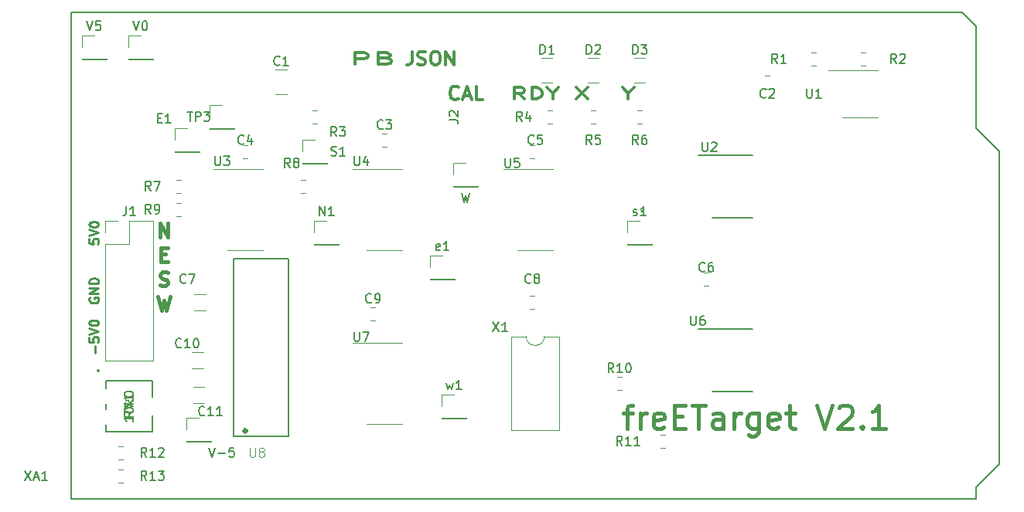
<source format=gbr>
G04 #@! TF.GenerationSoftware,KiCad,Pcbnew,(5.1.5-0-10_14)*
G04 #@! TF.CreationDate,2020-06-27T09:49:27-05:00*
G04 #@! TF.ProjectId,Electronic Target,456c6563-7472-46f6-9e69-632054617267,rev?*
G04 #@! TF.SameCoordinates,Original*
G04 #@! TF.FileFunction,Legend,Top*
G04 #@! TF.FilePolarity,Positive*
%FSLAX46Y46*%
G04 Gerber Fmt 4.6, Leading zero omitted, Abs format (unit mm)*
G04 Created by KiCad (PCBNEW (5.1.5-0-10_14)) date 2020-06-27 09:49:27*
%MOMM*%
%LPD*%
G04 APERTURE LIST*
%ADD10C,0.300000*%
%ADD11C,0.381000*%
%ADD12C,0.254000*%
%ADD13C,0.317500*%
%ADD14C,0.120000*%
%ADD15C,0.150000*%
%ADD16C,0.400000*%
%ADD17C,0.200000*%
%ADD18C,0.152400*%
%ADD19C,0.015000*%
G04 APERTURE END LIST*
D10*
X154138571Y-86808571D02*
X154138571Y-87880000D01*
X154067142Y-88094285D01*
X153924285Y-88237142D01*
X153710000Y-88308571D01*
X153567142Y-88308571D01*
X154781428Y-88237142D02*
X154995714Y-88308571D01*
X155352857Y-88308571D01*
X155495714Y-88237142D01*
X155567142Y-88165714D01*
X155638571Y-88022857D01*
X155638571Y-87880000D01*
X155567142Y-87737142D01*
X155495714Y-87665714D01*
X155352857Y-87594285D01*
X155067142Y-87522857D01*
X154924285Y-87451428D01*
X154852857Y-87380000D01*
X154781428Y-87237142D01*
X154781428Y-87094285D01*
X154852857Y-86951428D01*
X154924285Y-86880000D01*
X155067142Y-86808571D01*
X155424285Y-86808571D01*
X155638571Y-86880000D01*
X156567142Y-86808571D02*
X156852857Y-86808571D01*
X156995714Y-86880000D01*
X157138571Y-87022857D01*
X157210000Y-87308571D01*
X157210000Y-87808571D01*
X157138571Y-88094285D01*
X156995714Y-88237142D01*
X156852857Y-88308571D01*
X156567142Y-88308571D01*
X156424285Y-88237142D01*
X156281428Y-88094285D01*
X156210000Y-87808571D01*
X156210000Y-87308571D01*
X156281428Y-87022857D01*
X156424285Y-86880000D01*
X156567142Y-86808571D01*
X157852857Y-88308571D02*
X157852857Y-86808571D01*
X158710000Y-88308571D01*
X158710000Y-86808571D01*
X159234285Y-91975714D02*
X159162857Y-92047142D01*
X158948571Y-92118571D01*
X158805714Y-92118571D01*
X158591428Y-92047142D01*
X158448571Y-91904285D01*
X158377142Y-91761428D01*
X158305714Y-91475714D01*
X158305714Y-91261428D01*
X158377142Y-90975714D01*
X158448571Y-90832857D01*
X158591428Y-90690000D01*
X158805714Y-90618571D01*
X158948571Y-90618571D01*
X159162857Y-90690000D01*
X159234285Y-90761428D01*
X159805714Y-91690000D02*
X160520000Y-91690000D01*
X159662857Y-92118571D02*
X160162857Y-90618571D01*
X160662857Y-92118571D01*
X161877142Y-92118571D02*
X161162857Y-92118571D01*
X161162857Y-90618571D01*
D11*
X126564571Y-107178928D02*
X126564571Y-105654928D01*
X127435428Y-107178928D01*
X127435428Y-105654928D01*
X126673428Y-109047642D02*
X127181428Y-109047642D01*
X127399142Y-109845928D02*
X126673428Y-109845928D01*
X126673428Y-108321928D01*
X127399142Y-108321928D01*
X126564571Y-112440357D02*
X126782285Y-112512928D01*
X127145142Y-112512928D01*
X127290285Y-112440357D01*
X127362857Y-112367785D01*
X127435428Y-112222642D01*
X127435428Y-112077500D01*
X127362857Y-111932357D01*
X127290285Y-111859785D01*
X127145142Y-111787214D01*
X126854857Y-111714642D01*
X126709714Y-111642071D01*
X126637142Y-111569500D01*
X126564571Y-111424357D01*
X126564571Y-111279214D01*
X126637142Y-111134071D01*
X126709714Y-111061500D01*
X126854857Y-110988928D01*
X127217714Y-110988928D01*
X127435428Y-111061500D01*
X126346857Y-113655928D02*
X126709714Y-115179928D01*
X127000000Y-114091357D01*
X127290285Y-115179928D01*
X127653142Y-113655928D01*
D12*
X118872000Y-113804095D02*
X118823619Y-113900857D01*
X118823619Y-114046000D01*
X118872000Y-114191142D01*
X118968761Y-114287904D01*
X119065523Y-114336285D01*
X119259047Y-114384666D01*
X119404190Y-114384666D01*
X119597714Y-114336285D01*
X119694476Y-114287904D01*
X119791238Y-114191142D01*
X119839619Y-114046000D01*
X119839619Y-113949238D01*
X119791238Y-113804095D01*
X119742857Y-113755714D01*
X119404190Y-113755714D01*
X119404190Y-113949238D01*
X119839619Y-113320285D02*
X118823619Y-113320285D01*
X119839619Y-112739714D01*
X118823619Y-112739714D01*
X119839619Y-112255904D02*
X118823619Y-112255904D01*
X118823619Y-112014000D01*
X118872000Y-111868857D01*
X118968761Y-111772095D01*
X119065523Y-111723714D01*
X119259047Y-111675333D01*
X119404190Y-111675333D01*
X119597714Y-111723714D01*
X119694476Y-111772095D01*
X119791238Y-111868857D01*
X119839619Y-112014000D01*
X119839619Y-112255904D01*
X118823619Y-107357333D02*
X118823619Y-107841142D01*
X119307428Y-107889523D01*
X119259047Y-107841142D01*
X119210666Y-107744380D01*
X119210666Y-107502476D01*
X119259047Y-107405714D01*
X119307428Y-107357333D01*
X119404190Y-107308952D01*
X119646095Y-107308952D01*
X119742857Y-107357333D01*
X119791238Y-107405714D01*
X119839619Y-107502476D01*
X119839619Y-107744380D01*
X119791238Y-107841142D01*
X119742857Y-107889523D01*
X118823619Y-107018666D02*
X119839619Y-106680000D01*
X118823619Y-106341333D01*
X118823619Y-105809142D02*
X118823619Y-105712380D01*
X118872000Y-105615619D01*
X118920380Y-105567238D01*
X119017142Y-105518857D01*
X119210666Y-105470476D01*
X119452571Y-105470476D01*
X119646095Y-105518857D01*
X119742857Y-105567238D01*
X119791238Y-105615619D01*
X119839619Y-105712380D01*
X119839619Y-105809142D01*
X119791238Y-105905904D01*
X119742857Y-105954285D01*
X119646095Y-106002666D01*
X119452571Y-106051047D01*
X119210666Y-106051047D01*
X119017142Y-106002666D01*
X118920380Y-105954285D01*
X118872000Y-105905904D01*
X118823619Y-105809142D01*
X119452571Y-119900095D02*
X119452571Y-119126000D01*
X118823619Y-118158380D02*
X118823619Y-118642190D01*
X119307428Y-118690571D01*
X119259047Y-118642190D01*
X119210666Y-118545428D01*
X119210666Y-118303523D01*
X119259047Y-118206761D01*
X119307428Y-118158380D01*
X119404190Y-118110000D01*
X119646095Y-118110000D01*
X119742857Y-118158380D01*
X119791238Y-118206761D01*
X119839619Y-118303523D01*
X119839619Y-118545428D01*
X119791238Y-118642190D01*
X119742857Y-118690571D01*
X118823619Y-117819714D02*
X119839619Y-117481047D01*
X118823619Y-117142380D01*
X118823619Y-116610190D02*
X118823619Y-116513428D01*
X118872000Y-116416666D01*
X118920380Y-116368285D01*
X119017142Y-116319904D01*
X119210666Y-116271523D01*
X119452571Y-116271523D01*
X119646095Y-116319904D01*
X119742857Y-116368285D01*
X119791238Y-116416666D01*
X119839619Y-116513428D01*
X119839619Y-116610190D01*
X119791238Y-116706952D01*
X119742857Y-116755333D01*
X119646095Y-116803714D01*
X119452571Y-116852095D01*
X119210666Y-116852095D01*
X119017142Y-116803714D01*
X118920380Y-116755333D01*
X118872000Y-116706952D01*
X118823619Y-116610190D01*
D11*
X177316190Y-126455714D02*
X178283809Y-126455714D01*
X177679047Y-128149047D02*
X177679047Y-125971904D01*
X177800000Y-125730000D01*
X178041904Y-125609047D01*
X178283809Y-125609047D01*
X179130476Y-128149047D02*
X179130476Y-126455714D01*
X179130476Y-126939523D02*
X179251428Y-126697619D01*
X179372380Y-126576666D01*
X179614285Y-126455714D01*
X179856190Y-126455714D01*
X181670476Y-128028095D02*
X181428571Y-128149047D01*
X180944761Y-128149047D01*
X180702857Y-128028095D01*
X180581904Y-127786190D01*
X180581904Y-126818571D01*
X180702857Y-126576666D01*
X180944761Y-126455714D01*
X181428571Y-126455714D01*
X181670476Y-126576666D01*
X181791428Y-126818571D01*
X181791428Y-127060476D01*
X180581904Y-127302380D01*
X182880000Y-126818571D02*
X183726666Y-126818571D01*
X184089523Y-128149047D02*
X182880000Y-128149047D01*
X182880000Y-125609047D01*
X184089523Y-125609047D01*
X184815238Y-125609047D02*
X186266666Y-125609047D01*
X185540952Y-128149047D02*
X185540952Y-125609047D01*
X188201904Y-128149047D02*
X188201904Y-126818571D01*
X188080952Y-126576666D01*
X187839047Y-126455714D01*
X187355238Y-126455714D01*
X187113333Y-126576666D01*
X188201904Y-128028095D02*
X187960000Y-128149047D01*
X187355238Y-128149047D01*
X187113333Y-128028095D01*
X186992380Y-127786190D01*
X186992380Y-127544285D01*
X187113333Y-127302380D01*
X187355238Y-127181428D01*
X187960000Y-127181428D01*
X188201904Y-127060476D01*
X189411428Y-128149047D02*
X189411428Y-126455714D01*
X189411428Y-126939523D02*
X189532380Y-126697619D01*
X189653333Y-126576666D01*
X189895238Y-126455714D01*
X190137142Y-126455714D01*
X192072380Y-126455714D02*
X192072380Y-128511904D01*
X191951428Y-128753809D01*
X191830476Y-128874761D01*
X191588571Y-128995714D01*
X191225714Y-128995714D01*
X190983809Y-128874761D01*
X192072380Y-128028095D02*
X191830476Y-128149047D01*
X191346666Y-128149047D01*
X191104761Y-128028095D01*
X190983809Y-127907142D01*
X190862857Y-127665238D01*
X190862857Y-126939523D01*
X190983809Y-126697619D01*
X191104761Y-126576666D01*
X191346666Y-126455714D01*
X191830476Y-126455714D01*
X192072380Y-126576666D01*
X194249523Y-128028095D02*
X194007619Y-128149047D01*
X193523809Y-128149047D01*
X193281904Y-128028095D01*
X193160952Y-127786190D01*
X193160952Y-126818571D01*
X193281904Y-126576666D01*
X193523809Y-126455714D01*
X194007619Y-126455714D01*
X194249523Y-126576666D01*
X194370476Y-126818571D01*
X194370476Y-127060476D01*
X193160952Y-127302380D01*
X195096190Y-126455714D02*
X196063809Y-126455714D01*
X195459047Y-125609047D02*
X195459047Y-127786190D01*
X195580000Y-128028095D01*
X195821904Y-128149047D01*
X196063809Y-128149047D01*
X198482857Y-125609047D02*
X199329523Y-128149047D01*
X200176190Y-125609047D01*
X200901904Y-125850952D02*
X201022857Y-125730000D01*
X201264761Y-125609047D01*
X201869523Y-125609047D01*
X202111428Y-125730000D01*
X202232380Y-125850952D01*
X202353333Y-126092857D01*
X202353333Y-126334761D01*
X202232380Y-126697619D01*
X200780952Y-128149047D01*
X202353333Y-128149047D01*
X203441904Y-127907142D02*
X203562857Y-128028095D01*
X203441904Y-128149047D01*
X203320952Y-128028095D01*
X203441904Y-127907142D01*
X203441904Y-128149047D01*
X205981904Y-128149047D02*
X204530476Y-128149047D01*
X205256190Y-128149047D02*
X205256190Y-125609047D01*
X205014285Y-125971904D01*
X204772380Y-126213809D01*
X204530476Y-126334761D01*
D13*
X177800000Y-91409761D02*
X177800000Y-92014523D01*
X177165000Y-90744523D02*
X177800000Y-91409761D01*
X178435000Y-90744523D01*
X172085000Y-90744523D02*
X173355000Y-92014523D01*
X173355000Y-90744523D02*
X172085000Y-92014523D01*
X166460714Y-92014523D02*
X165825714Y-91409761D01*
X165372142Y-92014523D02*
X165372142Y-90744523D01*
X166097857Y-90744523D01*
X166279285Y-90805000D01*
X166370000Y-90865476D01*
X166460714Y-90986428D01*
X166460714Y-91167857D01*
X166370000Y-91288809D01*
X166279285Y-91349285D01*
X166097857Y-91409761D01*
X165372142Y-91409761D01*
X167277142Y-92014523D02*
X167277142Y-90744523D01*
X167730714Y-90744523D01*
X168002857Y-90805000D01*
X168184285Y-90925952D01*
X168275000Y-91046904D01*
X168365714Y-91288809D01*
X168365714Y-91470238D01*
X168275000Y-91712142D01*
X168184285Y-91833095D01*
X168002857Y-91954047D01*
X167730714Y-92014523D01*
X167277142Y-92014523D01*
X169545000Y-91409761D02*
X169545000Y-92014523D01*
X168910000Y-90744523D02*
X169545000Y-91409761D01*
X170180000Y-90744523D01*
X147924761Y-88204523D02*
X147924761Y-86934523D01*
X148892380Y-86934523D01*
X149134285Y-86995000D01*
X149255238Y-87055476D01*
X149376190Y-87176428D01*
X149376190Y-87357857D01*
X149255238Y-87478809D01*
X149134285Y-87539285D01*
X148892380Y-87599761D01*
X147924761Y-87599761D01*
X151311428Y-87539285D02*
X151674285Y-87599761D01*
X151795238Y-87660238D01*
X151916190Y-87781190D01*
X151916190Y-87962619D01*
X151795238Y-88083571D01*
X151674285Y-88144047D01*
X151432380Y-88204523D01*
X150464761Y-88204523D01*
X150464761Y-86934523D01*
X151311428Y-86934523D01*
X151553333Y-86995000D01*
X151674285Y-87055476D01*
X151795238Y-87176428D01*
X151795238Y-87297380D01*
X151674285Y-87418333D01*
X151553333Y-87478809D01*
X151311428Y-87539285D01*
X150464761Y-87539285D01*
D14*
X129480000Y-126940000D02*
X130810000Y-126940000D01*
X129480000Y-128270000D02*
X129480000Y-126940000D01*
X129480000Y-129540000D02*
X132140000Y-129540000D01*
X132140000Y-129540000D02*
X132140000Y-129600000D01*
X129480000Y-129540000D02*
X129480000Y-129600000D01*
X129480000Y-129600000D02*
X132140000Y-129600000D01*
X118050000Y-87690000D02*
X120710000Y-87690000D01*
X118050000Y-87630000D02*
X118050000Y-87690000D01*
X120710000Y-87630000D02*
X120710000Y-87690000D01*
X118050000Y-87630000D02*
X120710000Y-87630000D01*
X118050000Y-86360000D02*
X118050000Y-85030000D01*
X118050000Y-85030000D02*
X119380000Y-85030000D01*
X123130000Y-85030000D02*
X124460000Y-85030000D01*
X123130000Y-86360000D02*
X123130000Y-85030000D01*
X123130000Y-87630000D02*
X125790000Y-87630000D01*
X125790000Y-87630000D02*
X125790000Y-87690000D01*
X123130000Y-87630000D02*
X123130000Y-87690000D01*
X123130000Y-87690000D02*
X125790000Y-87690000D01*
X131542064Y-113390000D02*
X130337936Y-113390000D01*
X131542064Y-115210000D02*
X130337936Y-115210000D01*
X122511078Y-132640000D02*
X121993922Y-132640000D01*
X122511078Y-134060000D02*
X121993922Y-134060000D01*
X121993922Y-131520000D02*
X122511078Y-131520000D01*
X121993922Y-130100000D02*
X122511078Y-130100000D01*
X131412064Y-123550000D02*
X130207936Y-123550000D01*
X131412064Y-125370000D02*
X130207936Y-125370000D01*
X130077936Y-121560000D02*
X131282064Y-121560000D01*
X130077936Y-119740000D02*
X131282064Y-119740000D01*
D15*
X116840000Y-82550000D02*
X116840000Y-135890000D01*
X215900000Y-95250000D02*
X215900000Y-84074000D01*
X218440000Y-97790000D02*
X215900000Y-95250000D01*
X218440000Y-132080000D02*
X218440000Y-97790000D01*
X215900000Y-134620000D02*
X218440000Y-132080000D01*
X215900000Y-135890000D02*
X215900000Y-134620000D01*
X214376000Y-82550000D02*
X215900000Y-84074000D01*
X116840000Y-135890000D02*
X215900000Y-135890000D01*
X116840000Y-82550000D02*
X214376000Y-82550000D01*
D14*
X203791078Y-86920000D02*
X203273922Y-86920000D01*
X203791078Y-88340000D02*
X203273922Y-88340000D01*
X197861422Y-88340000D02*
X198378578Y-88340000D01*
X197861422Y-86920000D02*
X198378578Y-86920000D01*
X203200000Y-88880000D02*
X199750000Y-88880000D01*
X203200000Y-88880000D02*
X205150000Y-88880000D01*
X203200000Y-94000000D02*
X201250000Y-94000000D01*
X203200000Y-94000000D02*
X205150000Y-94000000D01*
X181351422Y-130250000D02*
X181868578Y-130250000D01*
X181351422Y-128830000D02*
X181868578Y-128830000D01*
X176603922Y-123900000D02*
X177121078Y-123900000D01*
X176603922Y-122480000D02*
X177121078Y-122480000D01*
D16*
X136040000Y-128397000D02*
G75*
G03X136040000Y-128397000I-150000J0D01*
G01*
D17*
X140640000Y-129030000D02*
X134640000Y-129030000D01*
X140640000Y-109530000D02*
X140640000Y-129030000D01*
X134640000Y-109530000D02*
X140640000Y-109530000D01*
X134640000Y-129030000D02*
X134640000Y-109530000D01*
D14*
X120590000Y-105350000D02*
X121920000Y-105350000D01*
X120590000Y-106680000D02*
X120590000Y-105350000D01*
X123190000Y-105350000D02*
X125790000Y-105350000D01*
X123190000Y-107950000D02*
X123190000Y-105350000D01*
X120590000Y-107950000D02*
X123190000Y-107950000D01*
X125790000Y-105350000D02*
X125790000Y-120710000D01*
X120590000Y-107950000D02*
X120590000Y-120710000D01*
X120590000Y-120710000D02*
X125790000Y-120710000D01*
X135890000Y-99705000D02*
X132440000Y-99705000D01*
X135890000Y-99705000D02*
X137840000Y-99705000D01*
X135890000Y-108575000D02*
X133940000Y-108575000D01*
X135890000Y-108575000D02*
X137840000Y-108575000D01*
D15*
X187005000Y-105050000D02*
X191455000Y-105050000D01*
X185480000Y-98150000D02*
X191455000Y-98150000D01*
X185480000Y-117200000D02*
X191455000Y-117200000D01*
X187005000Y-124100000D02*
X191455000Y-124100000D01*
D14*
X139227936Y-91530000D02*
X140432064Y-91530000D01*
X139227936Y-88810000D02*
X140432064Y-88810000D01*
X135631422Y-97080000D02*
X136148578Y-97080000D01*
X135631422Y-98500000D02*
X136148578Y-98500000D01*
X150871422Y-97230000D02*
X151388578Y-97230000D01*
X150871422Y-95810000D02*
X151388578Y-95810000D01*
X167566078Y-115010000D02*
X167048922Y-115010000D01*
X167566078Y-113590000D02*
X167048922Y-113590000D01*
X192781422Y-90880000D02*
X193298578Y-90880000D01*
X192781422Y-89460000D02*
X193298578Y-89460000D01*
X149601422Y-116280000D02*
X150118578Y-116280000D01*
X149601422Y-114860000D02*
X150118578Y-114860000D01*
X167566078Y-98500000D02*
X167048922Y-98500000D01*
X167566078Y-97080000D02*
X167048922Y-97080000D01*
X186616078Y-111050000D02*
X186098922Y-111050000D01*
X186616078Y-112470000D02*
X186098922Y-112470000D01*
X128343922Y-103430000D02*
X128861078Y-103430000D01*
X128343922Y-104850000D02*
X128861078Y-104850000D01*
X128343922Y-102310000D02*
X128861078Y-102310000D01*
X128343922Y-100890000D02*
X128861078Y-100890000D01*
X142498578Y-102310000D02*
X141981422Y-102310000D01*
X142498578Y-100890000D02*
X141981422Y-100890000D01*
X143768578Y-93270000D02*
X143251422Y-93270000D01*
X143768578Y-94690000D02*
X143251422Y-94690000D01*
X168983922Y-93270000D02*
X169501078Y-93270000D01*
X168983922Y-94690000D02*
X169501078Y-94690000D01*
X173731422Y-93270000D02*
X174248578Y-93270000D01*
X173731422Y-94690000D02*
X174248578Y-94690000D01*
X178811422Y-93270000D02*
X179328578Y-93270000D01*
X178811422Y-94690000D02*
X179328578Y-94690000D01*
D18*
X120662700Y-125408040D02*
X120662700Y-126051960D01*
X120662700Y-127708040D02*
X120662700Y-128511300D01*
X125717300Y-124724160D02*
X125717300Y-122948700D01*
X120662700Y-122948700D02*
X120662700Y-123751960D01*
X120662700Y-128511300D02*
X125717300Y-128511300D01*
X125717300Y-128511300D02*
X125717300Y-126735840D01*
X125717300Y-122948700D02*
X120662700Y-122948700D01*
X119913400Y-121805700D02*
G75*
G03X119913400Y-121805700I-127000J0D01*
G01*
D14*
X143450000Y-108010000D02*
X146110000Y-108010000D01*
X143450000Y-107950000D02*
X143450000Y-108010000D01*
X146110000Y-107950000D02*
X146110000Y-108010000D01*
X143450000Y-107950000D02*
X146110000Y-107950000D01*
X143450000Y-106680000D02*
X143450000Y-105350000D01*
X143450000Y-105350000D02*
X144780000Y-105350000D01*
X128210000Y-95190000D02*
X129540000Y-95190000D01*
X128210000Y-96520000D02*
X128210000Y-95190000D01*
X128210000Y-97790000D02*
X130870000Y-97790000D01*
X130870000Y-97790000D02*
X130870000Y-97850000D01*
X128210000Y-97790000D02*
X128210000Y-97850000D01*
X128210000Y-97850000D02*
X130870000Y-97850000D01*
X142180000Y-99120000D02*
X144840000Y-99120000D01*
X142180000Y-99060000D02*
X142180000Y-99120000D01*
X144840000Y-99060000D02*
X144840000Y-99120000D01*
X142180000Y-99060000D02*
X144840000Y-99060000D01*
X142180000Y-97790000D02*
X142180000Y-96460000D01*
X142180000Y-96460000D02*
X143510000Y-96460000D01*
X132020000Y-92650000D02*
X133350000Y-92650000D01*
X132020000Y-93980000D02*
X132020000Y-92650000D01*
X132020000Y-95250000D02*
X134680000Y-95250000D01*
X134680000Y-95250000D02*
X134680000Y-95310000D01*
X132020000Y-95250000D02*
X132020000Y-95310000D01*
X132020000Y-95310000D02*
X134680000Y-95310000D01*
X158690000Y-99000000D02*
X160020000Y-99000000D01*
X158690000Y-100330000D02*
X158690000Y-99000000D01*
X158690000Y-101600000D02*
X161350000Y-101600000D01*
X161350000Y-101600000D02*
X161350000Y-101660000D01*
X158690000Y-101600000D02*
X158690000Y-101660000D01*
X158690000Y-101660000D02*
X161350000Y-101660000D01*
X156150000Y-111820000D02*
X158810000Y-111820000D01*
X156150000Y-111760000D02*
X156150000Y-111820000D01*
X158810000Y-111760000D02*
X158810000Y-111820000D01*
X156150000Y-111760000D02*
X158810000Y-111760000D01*
X156150000Y-110490000D02*
X156150000Y-109160000D01*
X156150000Y-109160000D02*
X157480000Y-109160000D01*
X177740000Y-105350000D02*
X179070000Y-105350000D01*
X177740000Y-106680000D02*
X177740000Y-105350000D01*
X177740000Y-107950000D02*
X180400000Y-107950000D01*
X180400000Y-107950000D02*
X180400000Y-108010000D01*
X177740000Y-107950000D02*
X177740000Y-108010000D01*
X177740000Y-108010000D02*
X180400000Y-108010000D01*
X157420000Y-127060000D02*
X160080000Y-127060000D01*
X157420000Y-127000000D02*
X157420000Y-127060000D01*
X160080000Y-127000000D02*
X160080000Y-127060000D01*
X157420000Y-127000000D02*
X160080000Y-127000000D01*
X157420000Y-125730000D02*
X157420000Y-124400000D01*
X157420000Y-124400000D02*
X158750000Y-124400000D01*
X151130000Y-99705000D02*
X147680000Y-99705000D01*
X151130000Y-99705000D02*
X153080000Y-99705000D01*
X151130000Y-108575000D02*
X149180000Y-108575000D01*
X151130000Y-108575000D02*
X153080000Y-108575000D01*
X151130000Y-127625000D02*
X153080000Y-127625000D01*
X151130000Y-127625000D02*
X149180000Y-127625000D01*
X151130000Y-118755000D02*
X153080000Y-118755000D01*
X151130000Y-118755000D02*
X147680000Y-118755000D01*
X167640000Y-108575000D02*
X169590000Y-108575000D01*
X167640000Y-108575000D02*
X165690000Y-108575000D01*
X167640000Y-99705000D02*
X169590000Y-99705000D01*
X167640000Y-99705000D02*
X164190000Y-99705000D01*
X166640000Y-118050000D02*
X164990000Y-118050000D01*
X164990000Y-118050000D02*
X164990000Y-128330000D01*
X164990000Y-128330000D02*
X170290000Y-128330000D01*
X170290000Y-128330000D02*
X170290000Y-118050000D01*
X170290000Y-118050000D02*
X168640000Y-118050000D01*
X168640000Y-118050000D02*
G75*
G02X166640000Y-118050000I-1000000J0D01*
G01*
X168307936Y-87540000D02*
X169512064Y-87540000D01*
X168307936Y-90260000D02*
X169512064Y-90260000D01*
X173387936Y-90260000D02*
X174592064Y-90260000D01*
X173387936Y-87540000D02*
X174592064Y-87540000D01*
X178467936Y-87540000D02*
X179672064Y-87540000D01*
X178467936Y-90260000D02*
X179672064Y-90260000D01*
D15*
X131921428Y-130262380D02*
X132254761Y-131262380D01*
X132588095Y-130262380D01*
X132921428Y-130881428D02*
X133683333Y-130881428D01*
X134635714Y-130262380D02*
X134159523Y-130262380D01*
X134111904Y-130738571D01*
X134159523Y-130690952D01*
X134254761Y-130643333D01*
X134492857Y-130643333D01*
X134588095Y-130690952D01*
X134635714Y-130738571D01*
X134683333Y-130833809D01*
X134683333Y-131071904D01*
X134635714Y-131167142D01*
X134588095Y-131214761D01*
X134492857Y-131262380D01*
X134254761Y-131262380D01*
X134159523Y-131214761D01*
X134111904Y-131167142D01*
X118570476Y-83482380D02*
X118903809Y-84482380D01*
X119237142Y-83482380D01*
X120046666Y-83482380D02*
X119570476Y-83482380D01*
X119522857Y-83958571D01*
X119570476Y-83910952D01*
X119665714Y-83863333D01*
X119903809Y-83863333D01*
X119999047Y-83910952D01*
X120046666Y-83958571D01*
X120094285Y-84053809D01*
X120094285Y-84291904D01*
X120046666Y-84387142D01*
X119999047Y-84434761D01*
X119903809Y-84482380D01*
X119665714Y-84482380D01*
X119570476Y-84434761D01*
X119522857Y-84387142D01*
X123650476Y-83482380D02*
X123983809Y-84482380D01*
X124317142Y-83482380D01*
X124840952Y-83482380D02*
X124936190Y-83482380D01*
X125031428Y-83530000D01*
X125079047Y-83577619D01*
X125126666Y-83672857D01*
X125174285Y-83863333D01*
X125174285Y-84101428D01*
X125126666Y-84291904D01*
X125079047Y-84387142D01*
X125031428Y-84434761D01*
X124936190Y-84482380D01*
X124840952Y-84482380D01*
X124745714Y-84434761D01*
X124698095Y-84387142D01*
X124650476Y-84291904D01*
X124602857Y-84101428D01*
X124602857Y-83863333D01*
X124650476Y-83672857D01*
X124698095Y-83577619D01*
X124745714Y-83530000D01*
X124840952Y-83482380D01*
X129373333Y-112117142D02*
X129325714Y-112164761D01*
X129182857Y-112212380D01*
X129087619Y-112212380D01*
X128944761Y-112164761D01*
X128849523Y-112069523D01*
X128801904Y-111974285D01*
X128754285Y-111783809D01*
X128754285Y-111640952D01*
X128801904Y-111450476D01*
X128849523Y-111355238D01*
X128944761Y-111260000D01*
X129087619Y-111212380D01*
X129182857Y-111212380D01*
X129325714Y-111260000D01*
X129373333Y-111307619D01*
X129706666Y-111212380D02*
X130373333Y-111212380D01*
X129944761Y-112212380D01*
X125087142Y-133802380D02*
X124753809Y-133326190D01*
X124515714Y-133802380D02*
X124515714Y-132802380D01*
X124896666Y-132802380D01*
X124991904Y-132850000D01*
X125039523Y-132897619D01*
X125087142Y-132992857D01*
X125087142Y-133135714D01*
X125039523Y-133230952D01*
X124991904Y-133278571D01*
X124896666Y-133326190D01*
X124515714Y-133326190D01*
X126039523Y-133802380D02*
X125468095Y-133802380D01*
X125753809Y-133802380D02*
X125753809Y-132802380D01*
X125658571Y-132945238D01*
X125563333Y-133040476D01*
X125468095Y-133088095D01*
X126372857Y-132802380D02*
X126991904Y-132802380D01*
X126658571Y-133183333D01*
X126801428Y-133183333D01*
X126896666Y-133230952D01*
X126944285Y-133278571D01*
X126991904Y-133373809D01*
X126991904Y-133611904D01*
X126944285Y-133707142D01*
X126896666Y-133754761D01*
X126801428Y-133802380D01*
X126515714Y-133802380D01*
X126420476Y-133754761D01*
X126372857Y-133707142D01*
X125087142Y-131262380D02*
X124753809Y-130786190D01*
X124515714Y-131262380D02*
X124515714Y-130262380D01*
X124896666Y-130262380D01*
X124991904Y-130310000D01*
X125039523Y-130357619D01*
X125087142Y-130452857D01*
X125087142Y-130595714D01*
X125039523Y-130690952D01*
X124991904Y-130738571D01*
X124896666Y-130786190D01*
X124515714Y-130786190D01*
X126039523Y-131262380D02*
X125468095Y-131262380D01*
X125753809Y-131262380D02*
X125753809Y-130262380D01*
X125658571Y-130405238D01*
X125563333Y-130500476D01*
X125468095Y-130548095D01*
X126420476Y-130357619D02*
X126468095Y-130310000D01*
X126563333Y-130262380D01*
X126801428Y-130262380D01*
X126896666Y-130310000D01*
X126944285Y-130357619D01*
X126991904Y-130452857D01*
X126991904Y-130548095D01*
X126944285Y-130690952D01*
X126372857Y-131262380D01*
X126991904Y-131262380D01*
X131437142Y-126637142D02*
X131389523Y-126684761D01*
X131246666Y-126732380D01*
X131151428Y-126732380D01*
X131008571Y-126684761D01*
X130913333Y-126589523D01*
X130865714Y-126494285D01*
X130818095Y-126303809D01*
X130818095Y-126160952D01*
X130865714Y-125970476D01*
X130913333Y-125875238D01*
X131008571Y-125780000D01*
X131151428Y-125732380D01*
X131246666Y-125732380D01*
X131389523Y-125780000D01*
X131437142Y-125827619D01*
X132389523Y-126732380D02*
X131818095Y-126732380D01*
X132103809Y-126732380D02*
X132103809Y-125732380D01*
X132008571Y-125875238D01*
X131913333Y-125970476D01*
X131818095Y-126018095D01*
X133341904Y-126732380D02*
X132770476Y-126732380D01*
X133056190Y-126732380D02*
X133056190Y-125732380D01*
X132960952Y-125875238D01*
X132865714Y-125970476D01*
X132770476Y-126018095D01*
X128897142Y-119187142D02*
X128849523Y-119234761D01*
X128706666Y-119282380D01*
X128611428Y-119282380D01*
X128468571Y-119234761D01*
X128373333Y-119139523D01*
X128325714Y-119044285D01*
X128278095Y-118853809D01*
X128278095Y-118710952D01*
X128325714Y-118520476D01*
X128373333Y-118425238D01*
X128468571Y-118330000D01*
X128611428Y-118282380D01*
X128706666Y-118282380D01*
X128849523Y-118330000D01*
X128897142Y-118377619D01*
X129849523Y-119282380D02*
X129278095Y-119282380D01*
X129563809Y-119282380D02*
X129563809Y-118282380D01*
X129468571Y-118425238D01*
X129373333Y-118520476D01*
X129278095Y-118568095D01*
X130468571Y-118282380D02*
X130563809Y-118282380D01*
X130659047Y-118330000D01*
X130706666Y-118377619D01*
X130754285Y-118472857D01*
X130801904Y-118663333D01*
X130801904Y-118901428D01*
X130754285Y-119091904D01*
X130706666Y-119187142D01*
X130659047Y-119234761D01*
X130563809Y-119282380D01*
X130468571Y-119282380D01*
X130373333Y-119234761D01*
X130325714Y-119187142D01*
X130278095Y-119091904D01*
X130230476Y-118901428D01*
X130230476Y-118663333D01*
X130278095Y-118472857D01*
X130325714Y-118377619D01*
X130373333Y-118330000D01*
X130468571Y-118282380D01*
X111791904Y-132802380D02*
X112458571Y-133802380D01*
X112458571Y-132802380D02*
X111791904Y-133802380D01*
X112791904Y-133516666D02*
X113268095Y-133516666D01*
X112696666Y-133802380D02*
X113030000Y-132802380D01*
X113363333Y-133802380D01*
X114220476Y-133802380D02*
X113649047Y-133802380D01*
X113934761Y-133802380D02*
X113934761Y-132802380D01*
X113839523Y-132945238D01*
X113744285Y-133040476D01*
X113649047Y-133088095D01*
X179324000Y-104243142D02*
X179371619Y-104290761D01*
X179324000Y-104338380D01*
X179276380Y-104290761D01*
X179324000Y-104243142D01*
X179324000Y-104338380D01*
X207175833Y-88082380D02*
X206842500Y-87606190D01*
X206604404Y-88082380D02*
X206604404Y-87082380D01*
X206985357Y-87082380D01*
X207080595Y-87130000D01*
X207128214Y-87177619D01*
X207175833Y-87272857D01*
X207175833Y-87415714D01*
X207128214Y-87510952D01*
X207080595Y-87558571D01*
X206985357Y-87606190D01*
X206604404Y-87606190D01*
X207556785Y-87177619D02*
X207604404Y-87130000D01*
X207699642Y-87082380D01*
X207937738Y-87082380D01*
X208032976Y-87130000D01*
X208080595Y-87177619D01*
X208128214Y-87272857D01*
X208128214Y-87368095D01*
X208080595Y-87510952D01*
X207509166Y-88082380D01*
X208128214Y-88082380D01*
X194143333Y-88082380D02*
X193810000Y-87606190D01*
X193571904Y-88082380D02*
X193571904Y-87082380D01*
X193952857Y-87082380D01*
X194048095Y-87130000D01*
X194095714Y-87177619D01*
X194143333Y-87272857D01*
X194143333Y-87415714D01*
X194095714Y-87510952D01*
X194048095Y-87558571D01*
X193952857Y-87606190D01*
X193571904Y-87606190D01*
X195095714Y-88082380D02*
X194524285Y-88082380D01*
X194810000Y-88082380D02*
X194810000Y-87082380D01*
X194714761Y-87225238D01*
X194619523Y-87320476D01*
X194524285Y-87368095D01*
X197358095Y-90892380D02*
X197358095Y-91701904D01*
X197405714Y-91797142D01*
X197453333Y-91844761D01*
X197548571Y-91892380D01*
X197739047Y-91892380D01*
X197834285Y-91844761D01*
X197881904Y-91797142D01*
X197929523Y-91701904D01*
X197929523Y-90892380D01*
X198929523Y-91892380D02*
X198358095Y-91892380D01*
X198643809Y-91892380D02*
X198643809Y-90892380D01*
X198548571Y-91035238D01*
X198453333Y-91130476D01*
X198358095Y-91178095D01*
X177157142Y-129992380D02*
X176823809Y-129516190D01*
X176585714Y-129992380D02*
X176585714Y-128992380D01*
X176966666Y-128992380D01*
X177061904Y-129040000D01*
X177109523Y-129087619D01*
X177157142Y-129182857D01*
X177157142Y-129325714D01*
X177109523Y-129420952D01*
X177061904Y-129468571D01*
X176966666Y-129516190D01*
X176585714Y-129516190D01*
X178109523Y-129992380D02*
X177538095Y-129992380D01*
X177823809Y-129992380D02*
X177823809Y-128992380D01*
X177728571Y-129135238D01*
X177633333Y-129230476D01*
X177538095Y-129278095D01*
X179061904Y-129992380D02*
X178490476Y-129992380D01*
X178776190Y-129992380D02*
X178776190Y-128992380D01*
X178680952Y-129135238D01*
X178585714Y-129230476D01*
X178490476Y-129278095D01*
X176219642Y-121992380D02*
X175886309Y-121516190D01*
X175648214Y-121992380D02*
X175648214Y-120992380D01*
X176029166Y-120992380D01*
X176124404Y-121040000D01*
X176172023Y-121087619D01*
X176219642Y-121182857D01*
X176219642Y-121325714D01*
X176172023Y-121420952D01*
X176124404Y-121468571D01*
X176029166Y-121516190D01*
X175648214Y-121516190D01*
X177172023Y-121992380D02*
X176600595Y-121992380D01*
X176886309Y-121992380D02*
X176886309Y-120992380D01*
X176791071Y-121135238D01*
X176695833Y-121230476D01*
X176600595Y-121278095D01*
X177791071Y-120992380D02*
X177886309Y-120992380D01*
X177981547Y-121040000D01*
X178029166Y-121087619D01*
X178076785Y-121182857D01*
X178124404Y-121373333D01*
X178124404Y-121611428D01*
X178076785Y-121801904D01*
X178029166Y-121897142D01*
X177981547Y-121944761D01*
X177886309Y-121992380D01*
X177791071Y-121992380D01*
X177695833Y-121944761D01*
X177648214Y-121897142D01*
X177600595Y-121801904D01*
X177552976Y-121611428D01*
X177552976Y-121373333D01*
X177600595Y-121182857D01*
X177648214Y-121087619D01*
X177695833Y-121040000D01*
X177791071Y-120992380D01*
D19*
X136397255Y-130261777D02*
X136397255Y-131072193D01*
X136444927Y-131167536D01*
X136492598Y-131215207D01*
X136587941Y-131262879D01*
X136778627Y-131262879D01*
X136873970Y-131215207D01*
X136921642Y-131167536D01*
X136969313Y-131072193D01*
X136969313Y-130261777D01*
X137589043Y-130690821D02*
X137493700Y-130643149D01*
X137446029Y-130595478D01*
X137398357Y-130500135D01*
X137398357Y-130452463D01*
X137446029Y-130357120D01*
X137493700Y-130309449D01*
X137589043Y-130261777D01*
X137779729Y-130261777D01*
X137875072Y-130309449D01*
X137922744Y-130357120D01*
X137970415Y-130452463D01*
X137970415Y-130500135D01*
X137922744Y-130595478D01*
X137875072Y-130643149D01*
X137779729Y-130690821D01*
X137589043Y-130690821D01*
X137493700Y-130738492D01*
X137446029Y-130786164D01*
X137398357Y-130881507D01*
X137398357Y-131072193D01*
X137446029Y-131167536D01*
X137493700Y-131215207D01*
X137589043Y-131262879D01*
X137779729Y-131262879D01*
X137875072Y-131215207D01*
X137922744Y-131167536D01*
X137970415Y-131072193D01*
X137970415Y-130881507D01*
X137922744Y-130786164D01*
X137875072Y-130738492D01*
X137779729Y-130690821D01*
D15*
X122856666Y-103802380D02*
X122856666Y-104516666D01*
X122809047Y-104659523D01*
X122713809Y-104754761D01*
X122570952Y-104802380D01*
X122475714Y-104802380D01*
X123856666Y-104802380D02*
X123285238Y-104802380D01*
X123570952Y-104802380D02*
X123570952Y-103802380D01*
X123475714Y-103945238D01*
X123380476Y-104040476D01*
X123285238Y-104088095D01*
X132588095Y-98312380D02*
X132588095Y-99121904D01*
X132635714Y-99217142D01*
X132683333Y-99264761D01*
X132778571Y-99312380D01*
X132969047Y-99312380D01*
X133064285Y-99264761D01*
X133111904Y-99217142D01*
X133159523Y-99121904D01*
X133159523Y-98312380D01*
X133540476Y-98312380D02*
X134159523Y-98312380D01*
X133826190Y-98693333D01*
X133969047Y-98693333D01*
X134064285Y-98740952D01*
X134111904Y-98788571D01*
X134159523Y-98883809D01*
X134159523Y-99121904D01*
X134111904Y-99217142D01*
X134064285Y-99264761D01*
X133969047Y-99312380D01*
X133683333Y-99312380D01*
X133588095Y-99264761D01*
X133540476Y-99217142D01*
X185928095Y-96752380D02*
X185928095Y-97561904D01*
X185975714Y-97657142D01*
X186023333Y-97704761D01*
X186118571Y-97752380D01*
X186309047Y-97752380D01*
X186404285Y-97704761D01*
X186451904Y-97657142D01*
X186499523Y-97561904D01*
X186499523Y-96752380D01*
X186928095Y-96847619D02*
X186975714Y-96800000D01*
X187070952Y-96752380D01*
X187309047Y-96752380D01*
X187404285Y-96800000D01*
X187451904Y-96847619D01*
X187499523Y-96942857D01*
X187499523Y-97038095D01*
X187451904Y-97180952D01*
X186880476Y-97752380D01*
X187499523Y-97752380D01*
X184658095Y-115802380D02*
X184658095Y-116611904D01*
X184705714Y-116707142D01*
X184753333Y-116754761D01*
X184848571Y-116802380D01*
X185039047Y-116802380D01*
X185134285Y-116754761D01*
X185181904Y-116707142D01*
X185229523Y-116611904D01*
X185229523Y-115802380D01*
X186134285Y-115802380D02*
X185943809Y-115802380D01*
X185848571Y-115850000D01*
X185800952Y-115897619D01*
X185705714Y-116040476D01*
X185658095Y-116230952D01*
X185658095Y-116611904D01*
X185705714Y-116707142D01*
X185753333Y-116754761D01*
X185848571Y-116802380D01*
X186039047Y-116802380D01*
X186134285Y-116754761D01*
X186181904Y-116707142D01*
X186229523Y-116611904D01*
X186229523Y-116373809D01*
X186181904Y-116278571D01*
X186134285Y-116230952D01*
X186039047Y-116183333D01*
X185848571Y-116183333D01*
X185753333Y-116230952D01*
X185705714Y-116278571D01*
X185658095Y-116373809D01*
X139663333Y-88247142D02*
X139615714Y-88294761D01*
X139472857Y-88342380D01*
X139377619Y-88342380D01*
X139234761Y-88294761D01*
X139139523Y-88199523D01*
X139091904Y-88104285D01*
X139044285Y-87913809D01*
X139044285Y-87770952D01*
X139091904Y-87580476D01*
X139139523Y-87485238D01*
X139234761Y-87390000D01*
X139377619Y-87342380D01*
X139472857Y-87342380D01*
X139615714Y-87390000D01*
X139663333Y-87437619D01*
X140615714Y-88342380D02*
X140044285Y-88342380D01*
X140330000Y-88342380D02*
X140330000Y-87342380D01*
X140234761Y-87485238D01*
X140139523Y-87580476D01*
X140044285Y-87628095D01*
X135723333Y-96877142D02*
X135675714Y-96924761D01*
X135532857Y-96972380D01*
X135437619Y-96972380D01*
X135294761Y-96924761D01*
X135199523Y-96829523D01*
X135151904Y-96734285D01*
X135104285Y-96543809D01*
X135104285Y-96400952D01*
X135151904Y-96210476D01*
X135199523Y-96115238D01*
X135294761Y-96020000D01*
X135437619Y-95972380D01*
X135532857Y-95972380D01*
X135675714Y-96020000D01*
X135723333Y-96067619D01*
X136580476Y-96305714D02*
X136580476Y-96972380D01*
X136342380Y-95924761D02*
X136104285Y-96639047D01*
X136723333Y-96639047D01*
X150963333Y-95227142D02*
X150915714Y-95274761D01*
X150772857Y-95322380D01*
X150677619Y-95322380D01*
X150534761Y-95274761D01*
X150439523Y-95179523D01*
X150391904Y-95084285D01*
X150344285Y-94893809D01*
X150344285Y-94750952D01*
X150391904Y-94560476D01*
X150439523Y-94465238D01*
X150534761Y-94370000D01*
X150677619Y-94322380D01*
X150772857Y-94322380D01*
X150915714Y-94370000D01*
X150963333Y-94417619D01*
X151296666Y-94322380D02*
X151915714Y-94322380D01*
X151582380Y-94703333D01*
X151725238Y-94703333D01*
X151820476Y-94750952D01*
X151868095Y-94798571D01*
X151915714Y-94893809D01*
X151915714Y-95131904D01*
X151868095Y-95227142D01*
X151820476Y-95274761D01*
X151725238Y-95322380D01*
X151439523Y-95322380D01*
X151344285Y-95274761D01*
X151296666Y-95227142D01*
X167140833Y-112117142D02*
X167093214Y-112164761D01*
X166950357Y-112212380D01*
X166855119Y-112212380D01*
X166712261Y-112164761D01*
X166617023Y-112069523D01*
X166569404Y-111974285D01*
X166521785Y-111783809D01*
X166521785Y-111640952D01*
X166569404Y-111450476D01*
X166617023Y-111355238D01*
X166712261Y-111260000D01*
X166855119Y-111212380D01*
X166950357Y-111212380D01*
X167093214Y-111260000D01*
X167140833Y-111307619D01*
X167712261Y-111640952D02*
X167617023Y-111593333D01*
X167569404Y-111545714D01*
X167521785Y-111450476D01*
X167521785Y-111402857D01*
X167569404Y-111307619D01*
X167617023Y-111260000D01*
X167712261Y-111212380D01*
X167902738Y-111212380D01*
X167997976Y-111260000D01*
X168045595Y-111307619D01*
X168093214Y-111402857D01*
X168093214Y-111450476D01*
X168045595Y-111545714D01*
X167997976Y-111593333D01*
X167902738Y-111640952D01*
X167712261Y-111640952D01*
X167617023Y-111688571D01*
X167569404Y-111736190D01*
X167521785Y-111831428D01*
X167521785Y-112021904D01*
X167569404Y-112117142D01*
X167617023Y-112164761D01*
X167712261Y-112212380D01*
X167902738Y-112212380D01*
X167997976Y-112164761D01*
X168045595Y-112117142D01*
X168093214Y-112021904D01*
X168093214Y-111831428D01*
X168045595Y-111736190D01*
X167997976Y-111688571D01*
X167902738Y-111640952D01*
X192873333Y-91797142D02*
X192825714Y-91844761D01*
X192682857Y-91892380D01*
X192587619Y-91892380D01*
X192444761Y-91844761D01*
X192349523Y-91749523D01*
X192301904Y-91654285D01*
X192254285Y-91463809D01*
X192254285Y-91320952D01*
X192301904Y-91130476D01*
X192349523Y-91035238D01*
X192444761Y-90940000D01*
X192587619Y-90892380D01*
X192682857Y-90892380D01*
X192825714Y-90940000D01*
X192873333Y-90987619D01*
X193254285Y-90987619D02*
X193301904Y-90940000D01*
X193397142Y-90892380D01*
X193635238Y-90892380D01*
X193730476Y-90940000D01*
X193778095Y-90987619D01*
X193825714Y-91082857D01*
X193825714Y-91178095D01*
X193778095Y-91320952D01*
X193206666Y-91892380D01*
X193825714Y-91892380D01*
X149693333Y-114277142D02*
X149645714Y-114324761D01*
X149502857Y-114372380D01*
X149407619Y-114372380D01*
X149264761Y-114324761D01*
X149169523Y-114229523D01*
X149121904Y-114134285D01*
X149074285Y-113943809D01*
X149074285Y-113800952D01*
X149121904Y-113610476D01*
X149169523Y-113515238D01*
X149264761Y-113420000D01*
X149407619Y-113372380D01*
X149502857Y-113372380D01*
X149645714Y-113420000D01*
X149693333Y-113467619D01*
X150169523Y-114372380D02*
X150360000Y-114372380D01*
X150455238Y-114324761D01*
X150502857Y-114277142D01*
X150598095Y-114134285D01*
X150645714Y-113943809D01*
X150645714Y-113562857D01*
X150598095Y-113467619D01*
X150550476Y-113420000D01*
X150455238Y-113372380D01*
X150264761Y-113372380D01*
X150169523Y-113420000D01*
X150121904Y-113467619D01*
X150074285Y-113562857D01*
X150074285Y-113800952D01*
X150121904Y-113896190D01*
X150169523Y-113943809D01*
X150264761Y-113991428D01*
X150455238Y-113991428D01*
X150550476Y-113943809D01*
X150598095Y-113896190D01*
X150645714Y-113800952D01*
X167473333Y-96877142D02*
X167425714Y-96924761D01*
X167282857Y-96972380D01*
X167187619Y-96972380D01*
X167044761Y-96924761D01*
X166949523Y-96829523D01*
X166901904Y-96734285D01*
X166854285Y-96543809D01*
X166854285Y-96400952D01*
X166901904Y-96210476D01*
X166949523Y-96115238D01*
X167044761Y-96020000D01*
X167187619Y-95972380D01*
X167282857Y-95972380D01*
X167425714Y-96020000D01*
X167473333Y-96067619D01*
X168378095Y-95972380D02*
X167901904Y-95972380D01*
X167854285Y-96448571D01*
X167901904Y-96400952D01*
X167997142Y-96353333D01*
X168235238Y-96353333D01*
X168330476Y-96400952D01*
X168378095Y-96448571D01*
X168425714Y-96543809D01*
X168425714Y-96781904D01*
X168378095Y-96877142D01*
X168330476Y-96924761D01*
X168235238Y-96972380D01*
X167997142Y-96972380D01*
X167901904Y-96924761D01*
X167854285Y-96877142D01*
X186190833Y-110847142D02*
X186143214Y-110894761D01*
X186000357Y-110942380D01*
X185905119Y-110942380D01*
X185762261Y-110894761D01*
X185667023Y-110799523D01*
X185619404Y-110704285D01*
X185571785Y-110513809D01*
X185571785Y-110370952D01*
X185619404Y-110180476D01*
X185667023Y-110085238D01*
X185762261Y-109990000D01*
X185905119Y-109942380D01*
X186000357Y-109942380D01*
X186143214Y-109990000D01*
X186190833Y-110037619D01*
X187047976Y-109942380D02*
X186857500Y-109942380D01*
X186762261Y-109990000D01*
X186714642Y-110037619D01*
X186619404Y-110180476D01*
X186571785Y-110370952D01*
X186571785Y-110751904D01*
X186619404Y-110847142D01*
X186667023Y-110894761D01*
X186762261Y-110942380D01*
X186952738Y-110942380D01*
X187047976Y-110894761D01*
X187095595Y-110847142D01*
X187143214Y-110751904D01*
X187143214Y-110513809D01*
X187095595Y-110418571D01*
X187047976Y-110370952D01*
X186952738Y-110323333D01*
X186762261Y-110323333D01*
X186667023Y-110370952D01*
X186619404Y-110418571D01*
X186571785Y-110513809D01*
X158202380Y-94313333D02*
X158916666Y-94313333D01*
X159059523Y-94360952D01*
X159154761Y-94456190D01*
X159202380Y-94599047D01*
X159202380Y-94694285D01*
X158297619Y-93884761D02*
X158250000Y-93837142D01*
X158202380Y-93741904D01*
X158202380Y-93503809D01*
X158250000Y-93408571D01*
X158297619Y-93360952D01*
X158392857Y-93313333D01*
X158488095Y-93313333D01*
X158630952Y-93360952D01*
X159202380Y-93932380D01*
X159202380Y-93313333D01*
X125563333Y-104592380D02*
X125230000Y-104116190D01*
X124991904Y-104592380D02*
X124991904Y-103592380D01*
X125372857Y-103592380D01*
X125468095Y-103640000D01*
X125515714Y-103687619D01*
X125563333Y-103782857D01*
X125563333Y-103925714D01*
X125515714Y-104020952D01*
X125468095Y-104068571D01*
X125372857Y-104116190D01*
X124991904Y-104116190D01*
X126039523Y-104592380D02*
X126230000Y-104592380D01*
X126325238Y-104544761D01*
X126372857Y-104497142D01*
X126468095Y-104354285D01*
X126515714Y-104163809D01*
X126515714Y-103782857D01*
X126468095Y-103687619D01*
X126420476Y-103640000D01*
X126325238Y-103592380D01*
X126134761Y-103592380D01*
X126039523Y-103640000D01*
X125991904Y-103687619D01*
X125944285Y-103782857D01*
X125944285Y-104020952D01*
X125991904Y-104116190D01*
X126039523Y-104163809D01*
X126134761Y-104211428D01*
X126325238Y-104211428D01*
X126420476Y-104163809D01*
X126468095Y-104116190D01*
X126515714Y-104020952D01*
X125563333Y-102052380D02*
X125230000Y-101576190D01*
X124991904Y-102052380D02*
X124991904Y-101052380D01*
X125372857Y-101052380D01*
X125468095Y-101100000D01*
X125515714Y-101147619D01*
X125563333Y-101242857D01*
X125563333Y-101385714D01*
X125515714Y-101480952D01*
X125468095Y-101528571D01*
X125372857Y-101576190D01*
X124991904Y-101576190D01*
X125896666Y-101052380D02*
X126563333Y-101052380D01*
X126134761Y-102052380D01*
X140803333Y-99512380D02*
X140470000Y-99036190D01*
X140231904Y-99512380D02*
X140231904Y-98512380D01*
X140612857Y-98512380D01*
X140708095Y-98560000D01*
X140755714Y-98607619D01*
X140803333Y-98702857D01*
X140803333Y-98845714D01*
X140755714Y-98940952D01*
X140708095Y-98988571D01*
X140612857Y-99036190D01*
X140231904Y-99036190D01*
X141374761Y-98940952D02*
X141279523Y-98893333D01*
X141231904Y-98845714D01*
X141184285Y-98750476D01*
X141184285Y-98702857D01*
X141231904Y-98607619D01*
X141279523Y-98560000D01*
X141374761Y-98512380D01*
X141565238Y-98512380D01*
X141660476Y-98560000D01*
X141708095Y-98607619D01*
X141755714Y-98702857D01*
X141755714Y-98750476D01*
X141708095Y-98845714D01*
X141660476Y-98893333D01*
X141565238Y-98940952D01*
X141374761Y-98940952D01*
X141279523Y-98988571D01*
X141231904Y-99036190D01*
X141184285Y-99131428D01*
X141184285Y-99321904D01*
X141231904Y-99417142D01*
X141279523Y-99464761D01*
X141374761Y-99512380D01*
X141565238Y-99512380D01*
X141660476Y-99464761D01*
X141708095Y-99417142D01*
X141755714Y-99321904D01*
X141755714Y-99131428D01*
X141708095Y-99036190D01*
X141660476Y-98988571D01*
X141565238Y-98940952D01*
X145883333Y-96082380D02*
X145550000Y-95606190D01*
X145311904Y-96082380D02*
X145311904Y-95082380D01*
X145692857Y-95082380D01*
X145788095Y-95130000D01*
X145835714Y-95177619D01*
X145883333Y-95272857D01*
X145883333Y-95415714D01*
X145835714Y-95510952D01*
X145788095Y-95558571D01*
X145692857Y-95606190D01*
X145311904Y-95606190D01*
X146216666Y-95082380D02*
X146835714Y-95082380D01*
X146502380Y-95463333D01*
X146645238Y-95463333D01*
X146740476Y-95510952D01*
X146788095Y-95558571D01*
X146835714Y-95653809D01*
X146835714Y-95891904D01*
X146788095Y-95987142D01*
X146740476Y-96034761D01*
X146645238Y-96082380D01*
X146359523Y-96082380D01*
X146264285Y-96034761D01*
X146216666Y-95987142D01*
X166203333Y-94432380D02*
X165870000Y-93956190D01*
X165631904Y-94432380D02*
X165631904Y-93432380D01*
X166012857Y-93432380D01*
X166108095Y-93480000D01*
X166155714Y-93527619D01*
X166203333Y-93622857D01*
X166203333Y-93765714D01*
X166155714Y-93860952D01*
X166108095Y-93908571D01*
X166012857Y-93956190D01*
X165631904Y-93956190D01*
X167060476Y-93765714D02*
X167060476Y-94432380D01*
X166822380Y-93384761D02*
X166584285Y-94099047D01*
X167203333Y-94099047D01*
X173823333Y-96972380D02*
X173490000Y-96496190D01*
X173251904Y-96972380D02*
X173251904Y-95972380D01*
X173632857Y-95972380D01*
X173728095Y-96020000D01*
X173775714Y-96067619D01*
X173823333Y-96162857D01*
X173823333Y-96305714D01*
X173775714Y-96400952D01*
X173728095Y-96448571D01*
X173632857Y-96496190D01*
X173251904Y-96496190D01*
X174728095Y-95972380D02*
X174251904Y-95972380D01*
X174204285Y-96448571D01*
X174251904Y-96400952D01*
X174347142Y-96353333D01*
X174585238Y-96353333D01*
X174680476Y-96400952D01*
X174728095Y-96448571D01*
X174775714Y-96543809D01*
X174775714Y-96781904D01*
X174728095Y-96877142D01*
X174680476Y-96924761D01*
X174585238Y-96972380D01*
X174347142Y-96972380D01*
X174251904Y-96924761D01*
X174204285Y-96877142D01*
X178903333Y-96972380D02*
X178570000Y-96496190D01*
X178331904Y-96972380D02*
X178331904Y-95972380D01*
X178712857Y-95972380D01*
X178808095Y-96020000D01*
X178855714Y-96067619D01*
X178903333Y-96162857D01*
X178903333Y-96305714D01*
X178855714Y-96400952D01*
X178808095Y-96448571D01*
X178712857Y-96496190D01*
X178331904Y-96496190D01*
X179760476Y-95972380D02*
X179570000Y-95972380D01*
X179474761Y-96020000D01*
X179427142Y-96067619D01*
X179331904Y-96210476D01*
X179284285Y-96400952D01*
X179284285Y-96781904D01*
X179331904Y-96877142D01*
X179379523Y-96924761D01*
X179474761Y-96972380D01*
X179665238Y-96972380D01*
X179760476Y-96924761D01*
X179808095Y-96877142D01*
X179855714Y-96781904D01*
X179855714Y-96543809D01*
X179808095Y-96448571D01*
X179760476Y-96400952D01*
X179665238Y-96353333D01*
X179474761Y-96353333D01*
X179379523Y-96400952D01*
X179331904Y-96448571D01*
X179284285Y-96543809D01*
X123642380Y-126325238D02*
X123166190Y-126658571D01*
X123642380Y-126896666D02*
X122642380Y-126896666D01*
X122642380Y-126515714D01*
X122690000Y-126420476D01*
X122737619Y-126372857D01*
X122832857Y-126325238D01*
X122975714Y-126325238D01*
X123070952Y-126372857D01*
X123118571Y-126420476D01*
X123166190Y-126515714D01*
X123166190Y-126896666D01*
X122642380Y-126039523D02*
X123642380Y-125706190D01*
X122642380Y-125372857D01*
X123642380Y-124515714D02*
X123642380Y-125087142D01*
X123642380Y-124801428D02*
X122642380Y-124801428D01*
X122785238Y-124896666D01*
X122880476Y-124991904D01*
X122928095Y-125087142D01*
X123642380Y-126801428D02*
X123642380Y-127372857D01*
X123642380Y-127087142D02*
X122642380Y-127087142D01*
X122785238Y-127182380D01*
X122880476Y-127277619D01*
X122928095Y-127372857D01*
X122642380Y-126182380D02*
X122642380Y-126087142D01*
X122690000Y-125991904D01*
X122737619Y-125944285D01*
X122832857Y-125896666D01*
X123023333Y-125849047D01*
X123261428Y-125849047D01*
X123451904Y-125896666D01*
X123547142Y-125944285D01*
X123594761Y-125991904D01*
X123642380Y-126087142D01*
X123642380Y-126182380D01*
X123594761Y-126277619D01*
X123547142Y-126325238D01*
X123451904Y-126372857D01*
X123261428Y-126420476D01*
X123023333Y-126420476D01*
X122832857Y-126372857D01*
X122737619Y-126325238D01*
X122690000Y-126277619D01*
X122642380Y-126182380D01*
X123642380Y-125420476D02*
X122642380Y-125420476D01*
X123261428Y-125325238D02*
X123642380Y-125039523D01*
X122975714Y-125039523D02*
X123356666Y-125420476D01*
X122642380Y-124420476D02*
X122642380Y-124325238D01*
X122690000Y-124230000D01*
X122737619Y-124182380D01*
X122832857Y-124134761D01*
X123023333Y-124087142D01*
X123261428Y-124087142D01*
X123451904Y-124134761D01*
X123547142Y-124182380D01*
X123594761Y-124230000D01*
X123642380Y-124325238D01*
X123642380Y-124420476D01*
X123594761Y-124515714D01*
X123547142Y-124563333D01*
X123451904Y-124610952D01*
X123261428Y-124658571D01*
X123023333Y-124658571D01*
X122832857Y-124610952D01*
X122737619Y-124563333D01*
X122690000Y-124515714D01*
X122642380Y-124420476D01*
X122642380Y-125730000D02*
X122880476Y-125730000D01*
X122785238Y-125968095D02*
X122880476Y-125730000D01*
X122785238Y-125491904D01*
X123070952Y-125872857D02*
X122880476Y-125730000D01*
X123070952Y-125587142D01*
X144018095Y-104802380D02*
X144018095Y-103802380D01*
X144589523Y-104802380D01*
X144589523Y-103802380D01*
X145589523Y-104802380D02*
X145018095Y-104802380D01*
X145303809Y-104802380D02*
X145303809Y-103802380D01*
X145208571Y-103945238D01*
X145113333Y-104040476D01*
X145018095Y-104088095D01*
X126309523Y-94118571D02*
X126642857Y-94118571D01*
X126785714Y-94642380D02*
X126309523Y-94642380D01*
X126309523Y-93642380D01*
X126785714Y-93642380D01*
X127738095Y-94642380D02*
X127166666Y-94642380D01*
X127452380Y-94642380D02*
X127452380Y-93642380D01*
X127357142Y-93785238D01*
X127261904Y-93880476D01*
X127166666Y-93928095D01*
X145288095Y-98194761D02*
X145430952Y-98242380D01*
X145669047Y-98242380D01*
X145764285Y-98194761D01*
X145811904Y-98147142D01*
X145859523Y-98051904D01*
X145859523Y-97956666D01*
X145811904Y-97861428D01*
X145764285Y-97813809D01*
X145669047Y-97766190D01*
X145478571Y-97718571D01*
X145383333Y-97670952D01*
X145335714Y-97623333D01*
X145288095Y-97528095D01*
X145288095Y-97432857D01*
X145335714Y-97337619D01*
X145383333Y-97290000D01*
X145478571Y-97242380D01*
X145716666Y-97242380D01*
X145859523Y-97290000D01*
X146811904Y-98242380D02*
X146240476Y-98242380D01*
X146526190Y-98242380D02*
X146526190Y-97242380D01*
X146430952Y-97385238D01*
X146335714Y-97480476D01*
X146240476Y-97528095D01*
X129548095Y-93432380D02*
X130119523Y-93432380D01*
X129833809Y-94432380D02*
X129833809Y-93432380D01*
X130452857Y-94432380D02*
X130452857Y-93432380D01*
X130833809Y-93432380D01*
X130929047Y-93480000D01*
X130976666Y-93527619D01*
X131024285Y-93622857D01*
X131024285Y-93765714D01*
X130976666Y-93860952D01*
X130929047Y-93908571D01*
X130833809Y-93956190D01*
X130452857Y-93956190D01*
X131357619Y-93432380D02*
X131976666Y-93432380D01*
X131643333Y-93813333D01*
X131786190Y-93813333D01*
X131881428Y-93860952D01*
X131929047Y-93908571D01*
X131976666Y-94003809D01*
X131976666Y-94241904D01*
X131929047Y-94337142D01*
X131881428Y-94384761D01*
X131786190Y-94432380D01*
X131500476Y-94432380D01*
X131405238Y-94384761D01*
X131357619Y-94337142D01*
X159591428Y-102322380D02*
X159829523Y-103322380D01*
X160020000Y-102608095D01*
X160210476Y-103322380D01*
X160448571Y-102322380D01*
X157194285Y-108564761D02*
X157099047Y-108612380D01*
X156908571Y-108612380D01*
X156813333Y-108564761D01*
X156765714Y-108469523D01*
X156765714Y-108088571D01*
X156813333Y-107993333D01*
X156908571Y-107945714D01*
X157099047Y-107945714D01*
X157194285Y-107993333D01*
X157241904Y-108088571D01*
X157241904Y-108183809D01*
X156765714Y-108279047D01*
X158194285Y-108612380D02*
X157622857Y-108612380D01*
X157908571Y-108612380D02*
X157908571Y-107612380D01*
X157813333Y-107755238D01*
X157718095Y-107850476D01*
X157622857Y-107898095D01*
X178379523Y-104754761D02*
X178474761Y-104802380D01*
X178665238Y-104802380D01*
X178760476Y-104754761D01*
X178808095Y-104659523D01*
X178808095Y-104611904D01*
X178760476Y-104516666D01*
X178665238Y-104469047D01*
X178522380Y-104469047D01*
X178427142Y-104421428D01*
X178379523Y-104326190D01*
X178379523Y-104278571D01*
X178427142Y-104183333D01*
X178522380Y-104135714D01*
X178665238Y-104135714D01*
X178760476Y-104183333D01*
X179760476Y-104802380D02*
X179189047Y-104802380D01*
X179474761Y-104802380D02*
X179474761Y-103802380D01*
X179379523Y-103945238D01*
X179284285Y-104040476D01*
X179189047Y-104088095D01*
X157892857Y-123185714D02*
X158083333Y-123852380D01*
X158273809Y-123376190D01*
X158464285Y-123852380D01*
X158654761Y-123185714D01*
X159559523Y-123852380D02*
X158988095Y-123852380D01*
X159273809Y-123852380D02*
X159273809Y-122852380D01*
X159178571Y-122995238D01*
X159083333Y-123090476D01*
X158988095Y-123138095D01*
X147828095Y-98312380D02*
X147828095Y-99121904D01*
X147875714Y-99217142D01*
X147923333Y-99264761D01*
X148018571Y-99312380D01*
X148209047Y-99312380D01*
X148304285Y-99264761D01*
X148351904Y-99217142D01*
X148399523Y-99121904D01*
X148399523Y-98312380D01*
X149304285Y-98645714D02*
X149304285Y-99312380D01*
X149066190Y-98264761D02*
X148828095Y-98979047D01*
X149447142Y-98979047D01*
X147828095Y-117562380D02*
X147828095Y-118371904D01*
X147875714Y-118467142D01*
X147923333Y-118514761D01*
X148018571Y-118562380D01*
X148209047Y-118562380D01*
X148304285Y-118514761D01*
X148351904Y-118467142D01*
X148399523Y-118371904D01*
X148399523Y-117562380D01*
X148780476Y-117562380D02*
X149447142Y-117562380D01*
X149018571Y-118562380D01*
X164338095Y-98512380D02*
X164338095Y-99321904D01*
X164385714Y-99417142D01*
X164433333Y-99464761D01*
X164528571Y-99512380D01*
X164719047Y-99512380D01*
X164814285Y-99464761D01*
X164861904Y-99417142D01*
X164909523Y-99321904D01*
X164909523Y-98512380D01*
X165861904Y-98512380D02*
X165385714Y-98512380D01*
X165338095Y-98988571D01*
X165385714Y-98940952D01*
X165480952Y-98893333D01*
X165719047Y-98893333D01*
X165814285Y-98940952D01*
X165861904Y-98988571D01*
X165909523Y-99083809D01*
X165909523Y-99321904D01*
X165861904Y-99417142D01*
X165814285Y-99464761D01*
X165719047Y-99512380D01*
X165480952Y-99512380D01*
X165385714Y-99464761D01*
X165338095Y-99417142D01*
X163020476Y-116502380D02*
X163687142Y-117502380D01*
X163687142Y-116502380D02*
X163020476Y-117502380D01*
X164591904Y-117502380D02*
X164020476Y-117502380D01*
X164306190Y-117502380D02*
X164306190Y-116502380D01*
X164210952Y-116645238D01*
X164115714Y-116740476D01*
X164020476Y-116788095D01*
X168171904Y-87072380D02*
X168171904Y-86072380D01*
X168410000Y-86072380D01*
X168552857Y-86120000D01*
X168648095Y-86215238D01*
X168695714Y-86310476D01*
X168743333Y-86500952D01*
X168743333Y-86643809D01*
X168695714Y-86834285D01*
X168648095Y-86929523D01*
X168552857Y-87024761D01*
X168410000Y-87072380D01*
X168171904Y-87072380D01*
X169695714Y-87072380D02*
X169124285Y-87072380D01*
X169410000Y-87072380D02*
X169410000Y-86072380D01*
X169314761Y-86215238D01*
X169219523Y-86310476D01*
X169124285Y-86358095D01*
X173251904Y-87072380D02*
X173251904Y-86072380D01*
X173490000Y-86072380D01*
X173632857Y-86120000D01*
X173728095Y-86215238D01*
X173775714Y-86310476D01*
X173823333Y-86500952D01*
X173823333Y-86643809D01*
X173775714Y-86834285D01*
X173728095Y-86929523D01*
X173632857Y-87024761D01*
X173490000Y-87072380D01*
X173251904Y-87072380D01*
X174204285Y-86167619D02*
X174251904Y-86120000D01*
X174347142Y-86072380D01*
X174585238Y-86072380D01*
X174680476Y-86120000D01*
X174728095Y-86167619D01*
X174775714Y-86262857D01*
X174775714Y-86358095D01*
X174728095Y-86500952D01*
X174156666Y-87072380D01*
X174775714Y-87072380D01*
X178331904Y-87072380D02*
X178331904Y-86072380D01*
X178570000Y-86072380D01*
X178712857Y-86120000D01*
X178808095Y-86215238D01*
X178855714Y-86310476D01*
X178903333Y-86500952D01*
X178903333Y-86643809D01*
X178855714Y-86834285D01*
X178808095Y-86929523D01*
X178712857Y-87024761D01*
X178570000Y-87072380D01*
X178331904Y-87072380D01*
X179236666Y-86072380D02*
X179855714Y-86072380D01*
X179522380Y-86453333D01*
X179665238Y-86453333D01*
X179760476Y-86500952D01*
X179808095Y-86548571D01*
X179855714Y-86643809D01*
X179855714Y-86881904D01*
X179808095Y-86977142D01*
X179760476Y-87024761D01*
X179665238Y-87072380D01*
X179379523Y-87072380D01*
X179284285Y-87024761D01*
X179236666Y-86977142D01*
M02*

</source>
